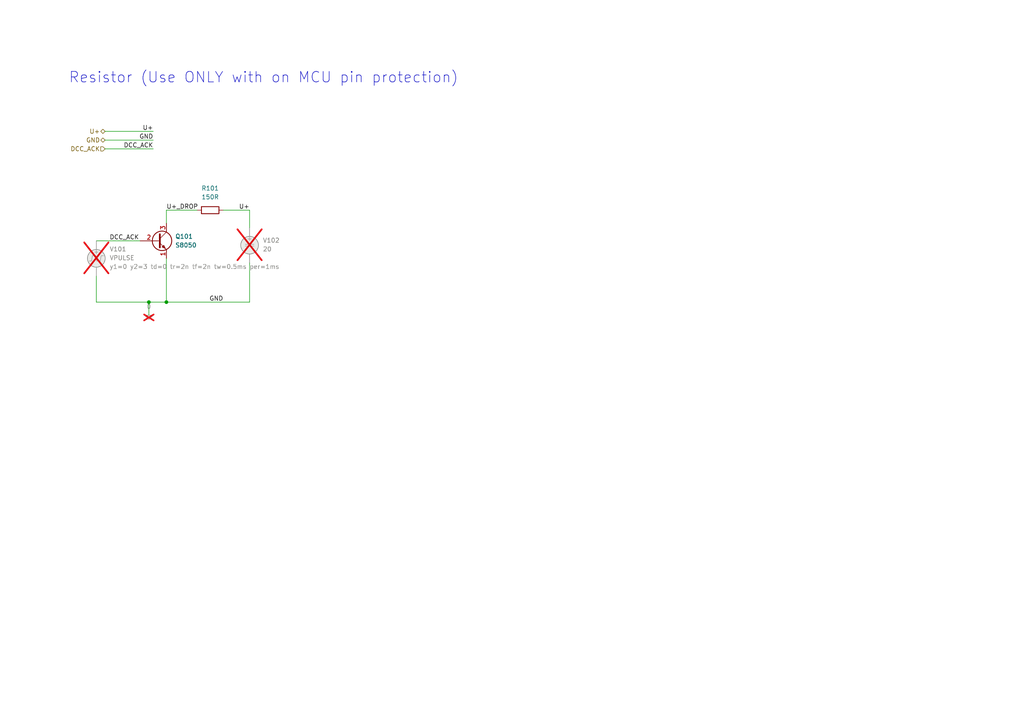
<source format=kicad_sch>
(kicad_sch (version 20231120) (generator "eeschema") (generator_version "8.0")
  (paper "A4")
  (lib_symbols
    (symbol "Device:R" (pin_numbers hide) (pin_names (offset 0))
      (property "Reference" "R" (at 2.032 0 90))
      (property "Value" "R" (at 0 0 90))
      (symbol "R_0_1"
        (rectangle (start -1.016 -2.54) (end 1.016 2.54) (stroke (width 0.254)))
      )
      (symbol "R_1_1"
        (pin passive line (at 0 3.81 270) (length 1.27) (name "~") (number "1"))
        (pin passive line (at 0 -3.81 90) (length 1.27) (name "~") (number "2"))
      )
    )
    (symbol "Simulation_SPICE:0" (power) (pin_numbers hide) (pin_names (offset 0) hide)
      (property "Value" "0" (at 0 -2.54 0))
      (symbol "0_0_1"
        (polyline (pts (xy -1.27 0) (xy 0 -1.27) (xy 1.27 0) (xy -1.27 0)))
      )
      (symbol "0_1_1"
        (pin power_in line (at 0 0 0) (length 0) (name "~") (number "1"))
      )
    )
    (symbol "Simulation_SPICE:VDC" (pin_numbers hide) (pin_names (offset 0.0254))
      (property "Reference" "V" (at 2.54 2.54 0))
      (property "Value" "1" (at 2.54 0 0))
      (symbol "VDC_0_0"
        (polyline (pts (xy -1.27 0.254) (xy 1.27 0.254)))
        (polyline (pts (xy -0.762 -0.254) (xy -1.27 -0.254)))
        (polyline (pts (xy 0.254 -0.254) (xy -0.254 -0.254)))
        (polyline (pts (xy 1.27 -0.254) (xy 0.762 -0.254)))
        (text "+" (at 0 1.905 0) (effects (font (size 1.27 1.27))))
      )
      (symbol "VDC_0_1"
        (circle (center 0 0) (radius 2.54) (stroke (width 0.254)) (fill (type background)))
      )
      (symbol "VDC_1_1"
        (pin passive line (at 0 5.08 270) (length 2.54) (name "~") (number "1"))
        (pin passive line (at 0 -5.08 90) (length 2.54) (name "~") (number "2"))
      )
    )
    (symbol "Simulation_SPICE:VPULSE" (pin_numbers hide) (pin_names (offset 0.0254))
      (property "Reference" "V" (at 2.54 2.54 0))
      (property "Value" "VPULSE" (at 2.54 0 0))
      (property "Sim.Params" "y1=0 y2=1 td=2n tr=2n tf=2n tw=50n per=100n" (at 2.54 -2.54 0))
      (symbol "VPULSE_0_0"
        (polyline (pts (xy -2.032 -0.762) (xy -1.397 -0.762) (xy -1.143 0.762) (xy -0.127 0.762) (xy 0.127 -0.762) (xy 1.143 -0.762) (xy 1.397 0.762) (xy 2.032 0.762)))
        (text "+" (at 0 1.905 0) (effects (font (size 1.27 1.27))))
      )
      (symbol "VPULSE_0_1"
        (circle (center 0 0) (radius 2.54) (stroke (width 0.254)) (fill (type background)))
      )
      (symbol "VPULSE_1_1"
        (pin passive line (at 0 5.08 270) (length 2.54) (name "~") (number "1"))
        (pin passive line (at 0 -5.08 90) (length 2.54) (name "~") (number "2"))
      )
    )
    (symbol "Transistor_BJT:S8050" (pin_names (offset 0) hide)
      (property "Reference" "Q" (at 5.08 1.905 0))
      (property "Value" "S8050" (at 5.08 0 0))
      (symbol "S8050_0_1"
        (polyline (pts (xy 0 0) (xy 0.635 0)))
        (polyline (pts (xy 0.635 0.635) (xy 2.54 2.54)))
        (polyline (pts (xy 0.635 -0.635) (xy 2.54 -2.54) (xy 2.54 -2.54)))
        (polyline (pts (xy 0.635 1.905) (xy 0.635 -1.905) (xy 0.635 -1.905)) (stroke (width 0.508)))
        (polyline (pts (xy 1.27 -1.778) (xy 1.778 -1.27) (xy 2.286 -2.286) (xy 1.27 -1.778) (xy 1.27 -1.778)) (fill (type outline)))
        (circle (center 1.27 0) (radius 2.8194) (stroke (width 0.254)))
      )
      (symbol "S8050_1_1"
        (pin passive line (at 2.54 -5.08 90) (length 2.54) (name "E") (number "1"))
        (pin input line (at -5.08 0 0) (length 5.08) (name "B") (number "2"))
        (pin passive line (at 2.54 5.08 270) (length 2.54) (name "C") (number "3"))
      )
    )
  )
  (junction (at 48.26 87.63))
  (junction (at 43.18 87.63))
  (wire (pts (xy 43.18 87.63) (xy 48.26 87.63)))
  (wire (pts (xy 72.39 60.96) (xy 72.39 66.04)))
  (wire (pts (xy 48.26 74.93) (xy 48.26 87.63)))
  (wire (pts (xy 48.26 60.96) (xy 57.15 60.96)))
  (wire (pts (xy 30.48 38.1) (xy 44.45 38.1)))
  (wire (pts (xy 27.94 80.01) (xy 27.94 87.63)))
  (wire (pts (xy 72.39 76.2) (xy 72.39 87.63)))
  (wire (pts (xy 48.26 60.96) (xy 48.26 64.77)))
  (wire (pts (xy 30.48 43.18) (xy 44.45 43.18)))
  (wire (pts (xy 43.18 87.63) (xy 43.18 91.44)))
  (wire (pts (xy 48.26 87.63) (xy 72.39 87.63)))
  (wire (pts (xy 27.94 69.85) (xy 40.64 69.85)))
  (wire (pts (xy 64.77 60.96) (xy 72.39 60.96)))
  (wire (pts (xy 30.48 40.64) (xy 44.45 40.64)))
  (wire (pts (xy 27.94 87.63) (xy 43.18 87.63)))
  (text "Resistor (Use ONLY with on MCU pin protection)" (at 76.454 22.606 0) (effects (font (size 3.048 3.048))))
  (label "U+" (at 72.39 60.96 180))
  (label "DCC_ACK" (at 31.75 69.85 0))
  (label "DCC_ACK" (at 44.45 43.18 180))
  (label "GND" (at 44.45 40.64 180))
  (label "GND" (at 64.77 87.63 180))
  (label "U+" (at 44.45 38.1 180))
  (label "U+_DROP" (at 48.26 60.96 0))
  (hierarchical_label "GND" (shape bidirectional) (at 30.48 40.64 180))
  (hierarchical_label "DCC_ACK" (shape input) (at 30.48 43.18 180))
  (hierarchical_label "U+" (shape bidirectional) (at 30.48 38.1 180))
  (symbol (lib_id "Simulation_SPICE:VDC") (at 72.39 71.12 0) (unit 1) (in_bom no) (on_board no) (dnp yes)
    (property "Reference" "V102" (at 76.2 69.7201 0) (effects (justify left)))
    (property "Value" "20" (at 76.2 72.2601 0) (effects (justify left)))
    (property "Datasheet" "https://ngspice.sourceforge.io/docs/ngspice-html-manual/manual.xhtml#sec_Independent_Sources_for" (effects (hide yes)))
    (property "Description" "Voltage source, DC" (effects (hide yes)))
    (property "Sim.Pins" "1=+ 2=-" (effects (hide yes)))
    (property "Sim.Type" "DC" (effects (hide yes)))
    (property "Sim.Device" "V" (effects (hide yes)))
  )
  (symbol (lib_id "Device:R") (at 60.96 60.96 90) (unit 1)
    (property "Reference" "R101" (at 60.96 54.61 90))
    (property "Value" "150R" (at 60.96 57.15 90))
    (property "Footprint" "Resistor_SMD:R_0805_2012Metric_Pad1.20x1.40mm_HandSolder" (effects (hide yes)))
    (property "Description" "Resistor" (effects (hide yes)))
    (property "LCSC" "C25744" (effects (hide yes)))
    (property "OLI_ID" "150R_0805" (effects (hide yes)))
    (property "Sim.Device" "R" (effects (hide yes)))
    (property "Sim.Pins" "1=+ 2=-" (effects (hide yes)))
  )
  (symbol (lib_id "Simulation_SPICE:VPULSE") (at 27.94 74.93 0) (unit 1) (exclude_from_sim yes) (in_bom no) (on_board no) (dnp yes)
    (property "Reference" "V101" (at 31.75 72.2601 0) (effects (justify left)))
    (property "Value" "VPULSE" (at 31.75 74.8001 0) (effects (justify left)))
    (property "Datasheet" "https://ngspice.sourceforge.io/docs/ngspice-html-manual/manual.xhtml#sec_Independent_Sources_for" (effects (hide yes)))
    (property "Description" "Voltage source, pulse" (effects (hide yes)))
    (property "Sim.Pins" "1=+ 2=-" (effects (hide yes)))
    (property "Sim.Type" "PULSE" (effects (hide yes)))
    (property "Sim.Device" "V" (effects (hide yes)))
    (property "Sim.Params" "y1=0 y2=3 td=0 tr=2n tf=2n tw=0.5ms per=1ms" (at 31.75 77.3401 0) (effects (justify left)))
  )
  (symbol (lib_id "Simulation_SPICE:0") (at 43.18 91.44 0) (unit 1) (in_bom no) (on_board no) (dnp yes)
    (property "Reference" "#GND0101" (effects (hide yes)))
    (property "Value" "0" (at 43.18 88.9 0))
    (property "Datasheet" "https://ngspice.sourceforge.io/docs/ngspice-html-manual/manual.xhtml#subsec_Circuit_elements__device" (effects (hide yes)))
    (property "Description" "0V reference potential for simulation" (effects (hide yes)))
  )
  (symbol (lib_id "Transistor_BJT:S8050") (at 45.72 69.85 0) (unit 1)
    (property "Reference" "Q101" (at 50.8 68.58 0) (effects (justify left)))
    (property "Value" "S8050" (at 50.8 71.12 0) (effects (justify left)))
    (property "Footprint" "xDuinoRail:8x50_SOT-23" (effects (hide yes)))
    (property "Datasheet" "http://www.unisonic.com.tw/datasheet/S8050.pdf" (effects (hide yes)))
    (property "Description" "0.7A Ic, 20V Vce, Low Voltage High Current NPN Transistor, TO-92" (effects (hide yes)))
    (property "LCSC" "C2150" (effects (hide yes)))
    (property "OLI_ID" "S8050-J3Y_SOT-23" (effects (hide yes)))
    (property "Sim.Device" "NPN" (effects (hide yes)))
    (property "Sim.Pins" "1=E 2=B 3=C" (effects (hide yes)))
    (property "Sim.Type" "GUMMELPOON" (effects (hide yes)))
    (property "Sim.Library" "__ltspice\\8x50.lib" (effects (hide yes)))
    (property "Sim.Name" "S8050" (effects (hide yes)))
  )
)
</source>
